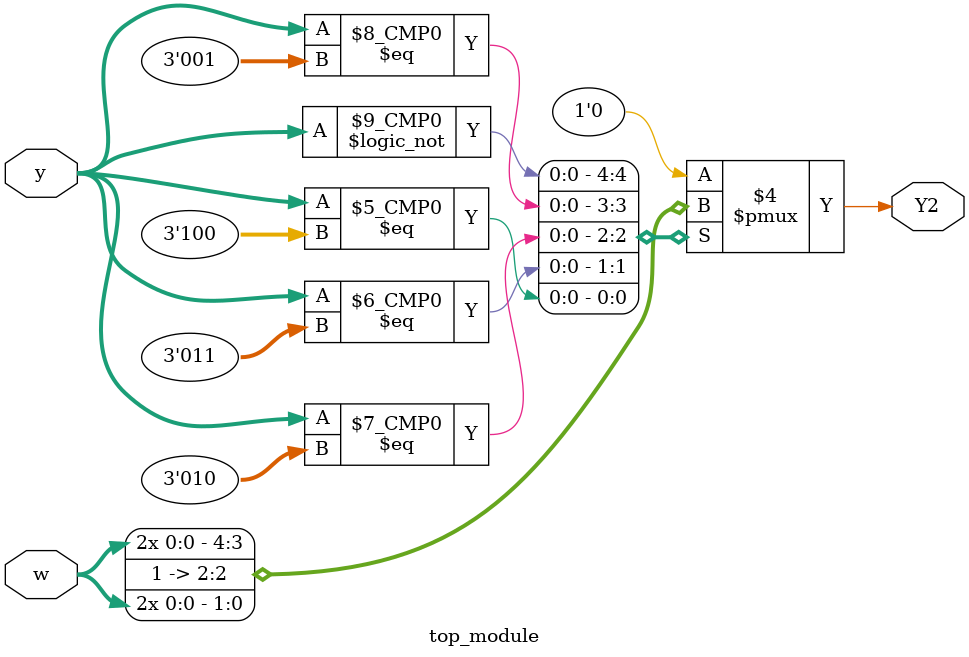
<source format=sv>
module top_module(
	input [3:1] y,
	input w,
	output reg Y2);

	always @(*)
		begin
			// Next-state logic for y[2]
			case(y)
				3'b000:
					Y2 = w; // For state A
				3'b001:
					Y2 = w; // For state B
				3'b010:
					Y2 = 1; // For state C
				3'b011:
					Y2 = w; // For state D
				3'b100:
					Y2 = w; // For state E
				3'b101:
					Y2 = 0; // For state F
				default:
					Y2 = 0;
			endcase
		end

endmodule

</source>
